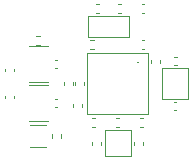
<source format=gbr>
%TF.GenerationSoftware,KiCad,Pcbnew,9.0.2*%
%TF.CreationDate,2025-07-09T19:39:00-04:00*%
%TF.ProjectId,WristWatch,57726973-7457-4617-9463-682e6b696361,rev?*%
%TF.SameCoordinates,Original*%
%TF.FileFunction,Legend,Top*%
%TF.FilePolarity,Positive*%
%FSLAX46Y46*%
G04 Gerber Fmt 4.6, Leading zero omitted, Abs format (unit mm)*
G04 Created by KiCad (PCBNEW 9.0.2) date 2025-07-09 19:39:00*
%MOMM*%
%LPD*%
G01*
G04 APERTURE LIST*
%ADD10C,0.120000*%
%ADD11C,0.100000*%
G04 APERTURE END LIST*
D10*
%TO.C,C14*%
X-5099164Y2011000D02*
X-5314836Y2011000D01*
X-5099164Y1291000D02*
X-5314836Y1291000D01*
%TO.C,U5*%
X-6731000Y3211000D02*
X-7531000Y3211000D01*
X-6731000Y3211000D02*
X-5931000Y3211000D01*
X-6731000Y91000D02*
X-7531000Y91000D01*
X-6731000Y91000D02*
X-5931000Y91000D01*
%TO.C,R6*%
X-5587000Y-4598641D02*
X-5587000Y-4291359D01*
X-4827000Y-4598641D02*
X-4827000Y-4291359D01*
%TO.C,C13*%
X-5099164Y-1291000D02*
X-5314836Y-1291000D01*
X-5099164Y-2011000D02*
X-5314836Y-2011000D01*
%TO.C,U6*%
X-2610000Y2610000D02*
X2610000Y2610000D01*
X-2610000Y-2610000D02*
X-2610000Y2610000D01*
X2610000Y-2610000D02*
X-2610000Y-2610000D01*
X2610000Y-2610000D02*
X2610000Y2610000D01*
D11*
X1803400Y1752600D02*
G75*
G02*
X1701800Y1752600I-50800J0D01*
G01*
X1701800Y1752600D02*
G75*
G02*
X1803400Y1752600I50800J0D01*
G01*
D10*
%TO.C,C21*%
X-2139836Y-2942000D02*
X-1924164Y-2942000D01*
X-2139836Y-3662000D02*
X-1924164Y-3662000D01*
%TO.C,R10*%
X-6884641Y3986800D02*
X-6577359Y3986800D01*
X-6884641Y3226800D02*
X-6577359Y3226800D01*
%TO.C,R1*%
X-3732800Y-1725959D02*
X-3732800Y-2033241D01*
X-2972800Y-1725959D02*
X-2972800Y-2033241D01*
%TO.C,R9*%
X153641Y-2922000D02*
X-153641Y-2922000D01*
X153641Y-3682000D02*
X-153641Y-3682000D01*
%TO.C,C15*%
X-9504000Y1035164D02*
X-9504000Y1250836D01*
X-8784000Y1035164D02*
X-8784000Y1250836D01*
%TO.C,C1*%
X69964Y6710000D02*
X285636Y6710000D01*
X69964Y5990000D02*
X285636Y5990000D01*
%TO.C,R12*%
X-2030759Y3682000D02*
X-2338041Y3682000D01*
X-2030759Y2922000D02*
X-2338041Y2922000D01*
%TO.C,C12*%
X-9504000Y-1035164D02*
X-9504000Y-1250836D01*
X-8784000Y-1035164D02*
X-8784000Y-1250836D01*
%TO.C,U3*%
X-1100000Y-3980000D02*
X1100000Y-3980000D01*
X-1100000Y-5680000D02*
X-1100000Y-5680000D01*
X-1100000Y-6180000D02*
X-1100000Y-3980000D01*
X600000Y-6180000D02*
X600000Y-6180000D01*
X1100000Y-6180000D02*
X-1100000Y-6180000D01*
X1100000Y-6180000D02*
X1100000Y-3980000D01*
%TO.C,C16*%
X5000823Y2265000D02*
X4785151Y2265000D01*
X5000823Y1545000D02*
X4785151Y1545000D01*
%TO.C,C19*%
X2051164Y6710000D02*
X2266836Y6710000D01*
X2051164Y5990000D02*
X2266836Y5990000D01*
%TO.C,C17*%
X-4525600Y107836D02*
X-4525600Y-107836D01*
X-3805600Y107836D02*
X-3805600Y-107836D01*
%TO.C,C18*%
X2051164Y3662000D02*
X2266836Y3662000D01*
X2051164Y2942000D02*
X2266836Y2942000D01*
%TO.C,C4*%
X-1593964Y6710000D02*
X-1809636Y6710000D01*
X-1593964Y5990000D02*
X-1809636Y5990000D01*
%TO.C,Y2*%
X3798187Y1320800D02*
X3798187Y-1320800D01*
X3798187Y-1320800D02*
X5931787Y-1320800D01*
X5931787Y1320800D02*
X3798187Y1320800D01*
X5931787Y-1320800D02*
X5931787Y1320800D01*
%TO.C,R7*%
X1398000Y-4926359D02*
X1398000Y-5233641D01*
X2158000Y-4926359D02*
X2158000Y-5233641D01*
%TO.C,Q1*%
X-7381000Y-3545000D02*
X-6081000Y-3545000D01*
X-7381000Y-5345000D02*
X-6081000Y-5345000D01*
%TO.C,Y3*%
X-2462000Y3926000D02*
X-2462000Y5726000D01*
X938000Y5726000D02*
X-2462000Y5726000D01*
X938000Y3926000D02*
X-2462000Y3926000D01*
X938000Y3926000D02*
X938000Y5726000D01*
%TO.C,C22*%
X-3585800Y-107836D02*
X-3585800Y107836D01*
X-2865800Y-107836D02*
X-2865800Y107836D01*
%TO.C,U4*%
X-6731000Y-91000D02*
X-7531000Y-91000D01*
X-6731000Y-91000D02*
X-5931000Y-91000D01*
X-6731000Y-3211000D02*
X-7531000Y-3211000D01*
X-6731000Y-3211000D02*
X-5931000Y-3211000D01*
%TO.C,C21*%
X2139836Y-2942000D02*
X1924164Y-2942000D01*
X2139836Y-3662000D02*
X1924164Y-3662000D01*
%TO.C,C7*%
X4757151Y-1545000D02*
X4972823Y-1545000D01*
X4757151Y-2265000D02*
X4972823Y-2265000D01*
%TO.C,C20*%
X2840400Y1962036D02*
X2840400Y1746364D01*
X3560400Y1962036D02*
X3560400Y1746364D01*
%TO.C,R8*%
X-2158000Y-4926359D02*
X-2158000Y-5233641D01*
X-1398000Y-4926359D02*
X-1398000Y-5233641D01*
%TD*%
M02*

</source>
